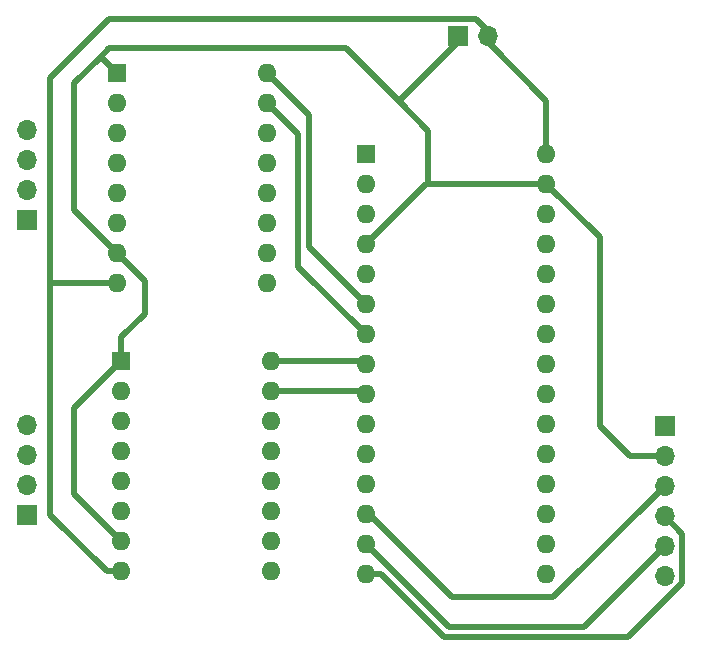
<source format=gbl>
G04 #@! TF.GenerationSoftware,KiCad,Pcbnew,8.0.1*
G04 #@! TF.CreationDate,2024-04-25T13:58:40+02:00*
G04 #@! TF.ProjectId,WritingRobotV2,57726974-696e-4675-926f-626f7456322e,rev?*
G04 #@! TF.SameCoordinates,Original*
G04 #@! TF.FileFunction,Copper,L2,Bot*
G04 #@! TF.FilePolarity,Positive*
%FSLAX46Y46*%
G04 Gerber Fmt 4.6, Leading zero omitted, Abs format (unit mm)*
G04 Created by KiCad (PCBNEW 8.0.1) date 2024-04-25 13:58:40*
%MOMM*%
%LPD*%
G01*
G04 APERTURE LIST*
G04 #@! TA.AperFunction,ComponentPad*
%ADD10R,1.700000X1.700000*%
G04 #@! TD*
G04 #@! TA.AperFunction,ComponentPad*
%ADD11O,1.700000X1.700000*%
G04 #@! TD*
G04 #@! TA.AperFunction,ComponentPad*
%ADD12R,1.600000X1.600000*%
G04 #@! TD*
G04 #@! TA.AperFunction,ComponentPad*
%ADD13O,1.600000X1.600000*%
G04 #@! TD*
G04 #@! TA.AperFunction,Conductor*
%ADD14C,0.500000*%
G04 #@! TD*
G04 APERTURE END LIST*
D10*
X131000000Y-77500000D03*
D11*
X131000000Y-80040000D03*
X131000000Y-82580000D03*
X131000000Y-85120000D03*
X131000000Y-87660000D03*
X131000000Y-90200000D03*
D10*
X77000000Y-60040000D03*
D11*
X77000000Y-57500000D03*
X77000000Y-54960000D03*
X77000000Y-52420000D03*
D12*
X84660000Y-47610000D03*
D13*
X84660000Y-50150000D03*
X84660000Y-52690000D03*
X84660000Y-55230000D03*
X84660000Y-57770000D03*
X84660000Y-60310000D03*
X84660000Y-62850000D03*
X84660000Y-65390000D03*
X97360000Y-65390000D03*
X97360000Y-62850000D03*
X97360000Y-60310000D03*
X97360000Y-57770000D03*
X97360000Y-55230000D03*
X97360000Y-52690000D03*
X97360000Y-50150000D03*
X97360000Y-47610000D03*
D10*
X77000000Y-85000000D03*
D11*
X77000000Y-82460000D03*
X77000000Y-79920000D03*
X77000000Y-77380000D03*
D13*
X97700000Y-72000000D03*
X97700000Y-74540000D03*
X97700000Y-77080000D03*
X97700000Y-79620000D03*
X97700000Y-82160000D03*
X97700000Y-84700000D03*
X97700000Y-87240000D03*
X97700000Y-89780000D03*
X85000000Y-89780000D03*
X85000000Y-87240000D03*
X85000000Y-84700000D03*
X85000000Y-82160000D03*
X85000000Y-79620000D03*
X85000000Y-77080000D03*
X85000000Y-74540000D03*
D12*
X85000000Y-72000000D03*
D10*
X113500000Y-44500000D03*
D11*
X116040000Y-44500000D03*
D12*
X105760000Y-54500000D03*
D13*
X105760000Y-57040000D03*
X105760000Y-59580000D03*
X105760000Y-62120000D03*
X105760000Y-64660000D03*
X105760000Y-67200000D03*
X105760000Y-69740000D03*
X105760000Y-72280000D03*
X105760000Y-74820000D03*
X105760000Y-77360000D03*
X105760000Y-79900000D03*
X105760000Y-82440000D03*
X105760000Y-84980000D03*
X105760000Y-87520000D03*
X105760000Y-90060000D03*
X121000000Y-90060000D03*
X121000000Y-87520000D03*
X121000000Y-84980000D03*
X121000000Y-82440000D03*
X121000000Y-79900000D03*
X121000000Y-77360000D03*
X121000000Y-74820000D03*
X121000000Y-72280000D03*
X121000000Y-69740000D03*
X121000000Y-67200000D03*
X121000000Y-64660000D03*
X121000000Y-62120000D03*
X121000000Y-59580000D03*
X121000000Y-57040000D03*
X121000000Y-54500000D03*
D14*
X84000000Y-43000000D02*
X115000000Y-43000000D01*
X116040000Y-44040000D02*
X116040000Y-44500000D01*
X79000000Y-65500000D02*
X79000000Y-48000000D01*
X79000000Y-48000000D02*
X84000000Y-43000000D01*
X115000000Y-43000000D02*
X116040000Y-44040000D01*
X100900000Y-62340000D02*
X105760000Y-67200000D01*
X100900000Y-51150000D02*
X100900000Y-62340000D01*
X97360000Y-47610000D02*
X100900000Y-51150000D01*
X125500000Y-61540000D02*
X121000000Y-57040000D01*
X125500000Y-77500000D02*
X125500000Y-61540000D01*
X128040000Y-80040000D02*
X125500000Y-77500000D01*
X131000000Y-80040000D02*
X128040000Y-80040000D01*
X105980000Y-84980000D02*
X105760000Y-84980000D01*
X113000000Y-92000000D02*
X105980000Y-84980000D01*
X121580000Y-92000000D02*
X113000000Y-92000000D01*
X131000000Y-82580000D02*
X121580000Y-92000000D01*
X107027208Y-90060000D02*
X105760000Y-90060000D01*
X132500000Y-90821321D02*
X127921321Y-95400000D01*
X112367208Y-95400000D02*
X107027208Y-90060000D01*
X132500000Y-86620000D02*
X132500000Y-90821321D01*
X127921321Y-95400000D02*
X112367208Y-95400000D01*
X131000000Y-85120000D02*
X132500000Y-86620000D01*
X124160000Y-94500000D02*
X112740000Y-94500000D01*
X131000000Y-87660000D02*
X124160000Y-94500000D01*
X112740000Y-94500000D02*
X105760000Y-87520000D01*
X121000000Y-49960000D02*
X121000000Y-54500000D01*
X116040000Y-45000000D02*
X121000000Y-49960000D01*
X116040000Y-44500000D02*
X116040000Y-45000000D01*
X113500000Y-45000000D02*
X113500000Y-44500000D01*
X108500000Y-50000000D02*
X113500000Y-45000000D01*
X105760000Y-87520000D02*
X106020000Y-87520000D01*
X108500000Y-50000000D02*
X111000000Y-52500000D01*
X104000000Y-45500000D02*
X108500000Y-50000000D01*
X100000000Y-64000000D02*
X100000000Y-52790000D01*
X105740000Y-69740000D02*
X100000000Y-64000000D01*
X100000000Y-52790000D02*
X97360000Y-50150000D01*
X105760000Y-69740000D02*
X105740000Y-69740000D01*
X83300000Y-46250000D02*
X83250000Y-46250000D01*
X84660000Y-47610000D02*
X83300000Y-46250000D01*
X83250000Y-46250000D02*
X81000000Y-48500000D01*
X84000000Y-45500000D02*
X83250000Y-46250000D01*
X87000000Y-65190000D02*
X84660000Y-62850000D01*
X87000000Y-68000000D02*
X87000000Y-65190000D01*
X85000000Y-70000000D02*
X87000000Y-68000000D01*
X85000000Y-72000000D02*
X85000000Y-70000000D01*
X81000000Y-59190000D02*
X84660000Y-62850000D01*
X86770000Y-45500000D02*
X84000000Y-45500000D01*
X81000000Y-48500000D02*
X81000000Y-59190000D01*
X86770000Y-45500000D02*
X104000000Y-45500000D01*
X111000000Y-52500000D02*
X111000000Y-57040000D01*
X81000000Y-83240000D02*
X85000000Y-87240000D01*
X81000000Y-76000000D02*
X81000000Y-83240000D01*
X85000000Y-72000000D02*
X81000000Y-76000000D01*
X79110000Y-65390000D02*
X79000000Y-65500000D01*
X84660000Y-65390000D02*
X79110000Y-65390000D01*
X83780000Y-89780000D02*
X85000000Y-89780000D01*
X79000000Y-85000000D02*
X83780000Y-89780000D01*
X79000000Y-65500000D02*
X79000000Y-85000000D01*
X111000000Y-57040000D02*
X110840000Y-57040000D01*
X121000000Y-57040000D02*
X111000000Y-57040000D01*
X105480000Y-74540000D02*
X105760000Y-74820000D01*
X97700000Y-74540000D02*
X105480000Y-74540000D01*
X105480000Y-72000000D02*
X105760000Y-72280000D01*
X97700000Y-72000000D02*
X105480000Y-72000000D01*
X110840000Y-57040000D02*
X105760000Y-62120000D01*
M02*

</source>
